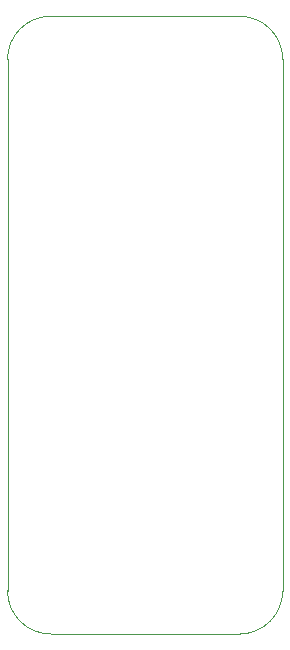
<source format=gm1>
G04 #@! TF.GenerationSoftware,KiCad,Pcbnew,9.0.7*
G04 #@! TF.CreationDate,2026-01-28T00:58:45-05:00*
G04 #@! TF.ProjectId,usbdbg,75736264-6267-42e6-9b69-6361645f7063,rev?*
G04 #@! TF.SameCoordinates,Original*
G04 #@! TF.FileFunction,Profile,NP*
%FSLAX46Y46*%
G04 Gerber Fmt 4.6, Leading zero omitted, Abs format (unit mm)*
G04 Created by KiCad (PCBNEW 9.0.7) date 2026-01-28 00:58:45*
%MOMM*%
%LPD*%
G01*
G04 APERTURE LIST*
G04 #@! TA.AperFunction,Profile*
%ADD10C,0.100000*%
G04 #@! TD*
G04 APERTURE END LIST*
D10*
X198100000Y-73650000D02*
X198100000Y-28650000D01*
X178450000Y-77300000D02*
G75*
G02*
X174800000Y-73650000I0J3650000D01*
G01*
X178450000Y-77300000D02*
X194450000Y-77300000D01*
X194450000Y-25000000D02*
G75*
G02*
X198100000Y-28650000I0J-3650000D01*
G01*
X174800000Y-73650000D02*
X174800000Y-28650000D01*
X178450000Y-25000000D02*
X194450000Y-25000000D01*
X174800000Y-28650000D02*
G75*
G02*
X178450000Y-25000000I3650000J0D01*
G01*
X198100000Y-73650000D02*
G75*
G02*
X194450000Y-77300000I-3650000J0D01*
G01*
M02*

</source>
